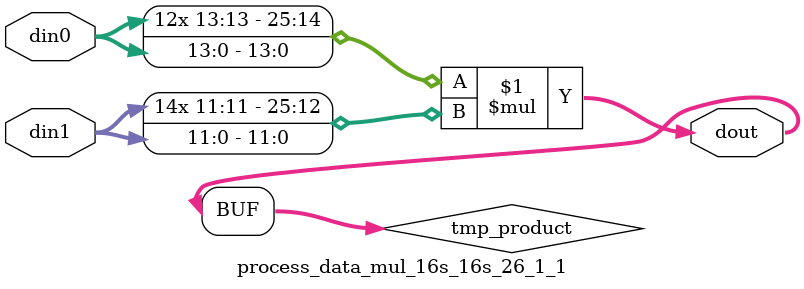
<source format=v>

`timescale 1 ns / 1 ps

  module process_data_mul_16s_16s_26_1_1(din0, din1, dout);
parameter ID = 1;
parameter NUM_STAGE = 0;
parameter din0_WIDTH = 14;
parameter din1_WIDTH = 12;
parameter dout_WIDTH = 26;

input [din0_WIDTH - 1 : 0] din0; 
input [din1_WIDTH - 1 : 0] din1; 
output [dout_WIDTH - 1 : 0] dout;

wire signed [dout_WIDTH - 1 : 0] tmp_product;













assign tmp_product = $signed(din0) * $signed(din1);








assign dout = tmp_product;







endmodule

</source>
